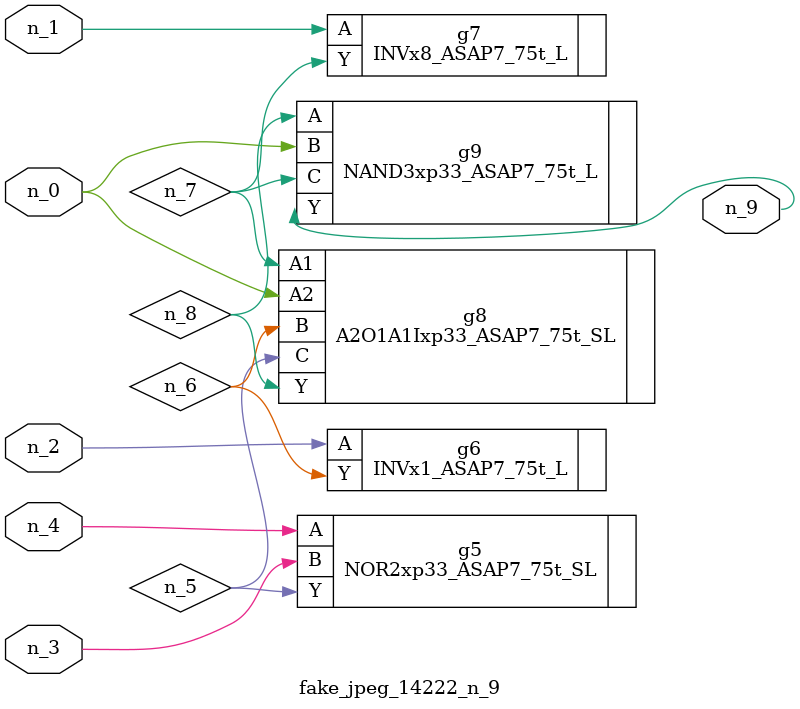
<source format=v>
module fake_jpeg_14222_n_9 (n_3, n_2, n_1, n_0, n_4, n_9);

input n_3;
input n_2;
input n_1;
input n_0;
input n_4;

output n_9;

wire n_8;
wire n_6;
wire n_5;
wire n_7;

NOR2xp33_ASAP7_75t_SL g5 ( 
.A(n_4),
.B(n_3),
.Y(n_5)
);

INVx1_ASAP7_75t_L g6 ( 
.A(n_2),
.Y(n_6)
);

INVx8_ASAP7_75t_L g7 ( 
.A(n_1),
.Y(n_7)
);

A2O1A1Ixp33_ASAP7_75t_SL g8 ( 
.A1(n_7),
.A2(n_0),
.B(n_6),
.C(n_5),
.Y(n_8)
);

NAND3xp33_ASAP7_75t_L g9 ( 
.A(n_8),
.B(n_0),
.C(n_7),
.Y(n_9)
);


endmodule
</source>
